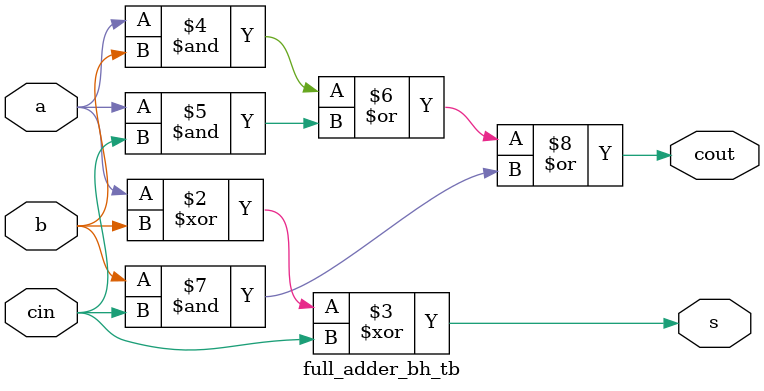
<source format=v>

/**************************************************
 P1.1 FULL ADDER BEHAVIORAL
 ************************************************/

 module full_adder_bh_tb(s, cout, a, b, cin); 
 	input a, b, cin;
 	output reg s, cout;

 	always@(a,b,cin) begin
 		s=a^b^cin;
 		cout=(a&b)|(a&cin)|(b&cin);
 	end

 endmodule
</source>
